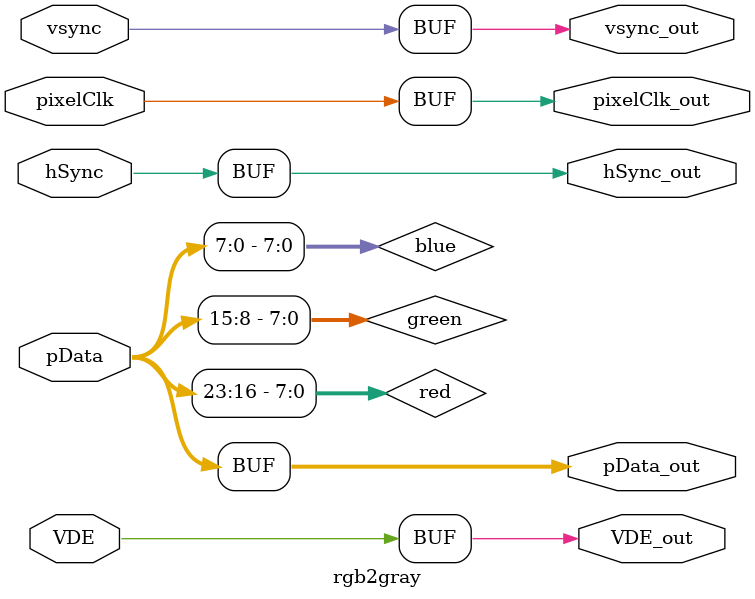
<source format=v>
`timescale 1ns / 1ps


module rgb2gray(
    input wire [23:0] pData,
    input wire  hSync,
    input wire  vsync,
    input wire  VDE,
    input wire  pixelClk,
    output wire [23:0] pData_out,
    output wire  hSync_out,
    output wire  vsync_out,
    output wire  VDE_out,
    output wire  pixelClk_out
    );   
    
    reg [7:0] red, green, blue = 0;
    reg [7:0] rgb;
    
    always @(*)
    begin
        red = pData[23:16];
        green = pData[15:8];
        blue = pData[7:0];
        rgb = (red >> 2) + (red >> 5) + (green >> 1) + (green >> 4) + (blue >> 4) + (blue >>5);
                
    end 
    
 assign   hSync_out     =  hSync; 
 assign   vsync_out     =  vsync; 
 assign   VDE_out       =  VDE;  
 assign   pixelClk_out  =  pixelClk;
 assign   pData_out     =  pData;//{0, 255, 0};
 
endmodule

</source>
